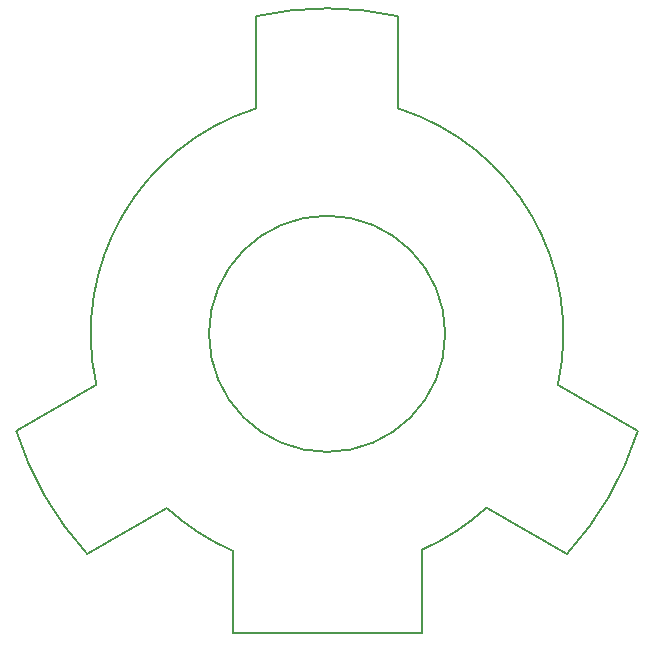
<source format=gbr>
G04 #@! TF.GenerationSoftware,KiCad,Pcbnew,(5.0.1-3-g963ef8bb5)*
G04 #@! TF.CreationDate,2019-08-29T11:39:49+02:00*
G04 #@! TF.ProjectId,crecol_encoder,637265636F6C5F656E636F6465722E6B,rev?*
G04 #@! TF.SameCoordinates,Original*
G04 #@! TF.FileFunction,Profile,NP*
%FSLAX46Y46*%
G04 Gerber Fmt 4.6, Leading zero omitted, Abs format (unit mm)*
G04 Created by KiCad (PCBNEW (5.0.1-3-g963ef8bb5)) date 2019 August 29, Thursday 11:39:49*
%MOMM*%
%LPD*%
G01*
G04 APERTURE LIST*
%ADD10C,0.150000*%
%ADD11C,0.200000*%
G04 APERTURE END LIST*
D10*
X91975970Y-118354969D02*
G75*
G02X86500001Y-114799999I8024030J18354969D01*
G01*
X113513715Y-114706102D02*
G75*
G02X107999999Y-118299999I-13513715J14706102D01*
G01*
X92000000Y-125300000D02*
X108000000Y-125300000D01*
X92000000Y-118340000D02*
X92000000Y-125300000D01*
X108000000Y-118300000D02*
X108000000Y-125300000D01*
X80463771Y-104321932D02*
G75*
G02X94002211Y-80911525I19536229J4321932D01*
G01*
X126289187Y-108275787D02*
G75*
G02X120296083Y-118646152I-26289187J8275787D01*
G01*
X79688365Y-118629210D02*
G75*
G02X73703917Y-108253848I20311635J18629210D01*
G01*
X120296083Y-118646152D02*
X113532425Y-114741152D01*
X73703917Y-108253848D02*
X80467575Y-104348848D01*
X126296083Y-108253848D02*
X119532425Y-104348848D01*
X79703917Y-118646152D02*
X86467575Y-114741152D01*
X106025212Y-80920163D02*
G75*
G02X119529999Y-104350000I-6025212J-19079837D01*
G01*
X94022448Y-73095003D02*
G75*
G02X106000000Y-73100000I5977552J-26904997D01*
G01*
X94000000Y-73100000D02*
X94000000Y-80910000D01*
X106000000Y-73100000D02*
X106000000Y-80910000D01*
D11*
X110000000Y-100000000D02*
G75*
G03X110000000Y-100000000I-10000000J0D01*
G01*
M02*

</source>
